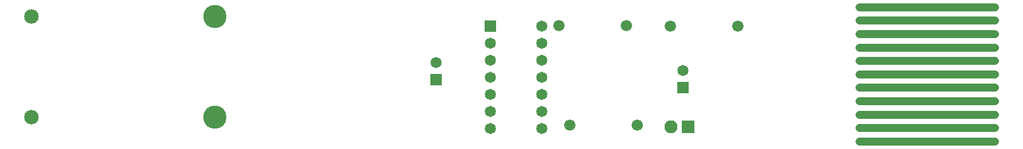
<source format=gts>
G04*
G04 #@! TF.GenerationSoftware,Altium Limited,Altium Designer,20.0.13 (296)*
G04*
G04 Layer_Color=8388736*
%FSLAX25Y25*%
%MOIN*%
G70*
G01*
G75*
%ADD14C,0.04537*%
%ADD15C,0.06506*%
%ADD16R,0.06506X0.06506*%
%ADD17C,0.06600*%
%ADD18R,0.06506X0.06506*%
%ADD19C,0.08474*%
%ADD20C,0.13592*%
%ADD21C,0.07687*%
%ADD22R,0.07687X0.07687*%
D14*
X606500Y124256D02*
X685240D01*
X606500Y132130D02*
X685240D01*
X606500Y140004D02*
X685240D01*
X606500Y147878D02*
X685240D01*
X606500Y155752D02*
X685240D01*
X606500Y163626D02*
X685240D01*
X606500Y171500D02*
X685240D01*
X606500Y179374D02*
X685240D01*
X606500Y202996D02*
X685240D01*
X606500Y195122D02*
X685240D01*
X606500Y187248D02*
X685240D01*
D15*
X421000Y132000D02*
D03*
Y142000D02*
D03*
Y152000D02*
D03*
Y162000D02*
D03*
Y172000D02*
D03*
Y182000D02*
D03*
Y192000D02*
D03*
X391000Y132000D02*
D03*
Y142000D02*
D03*
Y152000D02*
D03*
Y162000D02*
D03*
Y172000D02*
D03*
Y182000D02*
D03*
X359500Y170500D02*
D03*
X503500Y166000D02*
D03*
D16*
X391000Y192000D02*
D03*
D17*
X476772Y133858D02*
D03*
X437402D02*
D03*
X535291Y192000D02*
D03*
X495921D02*
D03*
X431102Y192126D02*
D03*
X470472D02*
D03*
D18*
X359500Y160500D02*
D03*
X503500Y156000D02*
D03*
D19*
X123492Y138500D02*
D03*
Y197516D02*
D03*
D20*
X230500Y138500D02*
D03*
Y197516D02*
D03*
D21*
X496500Y133000D02*
D03*
D22*
X506500D02*
D03*
M02*

</source>
